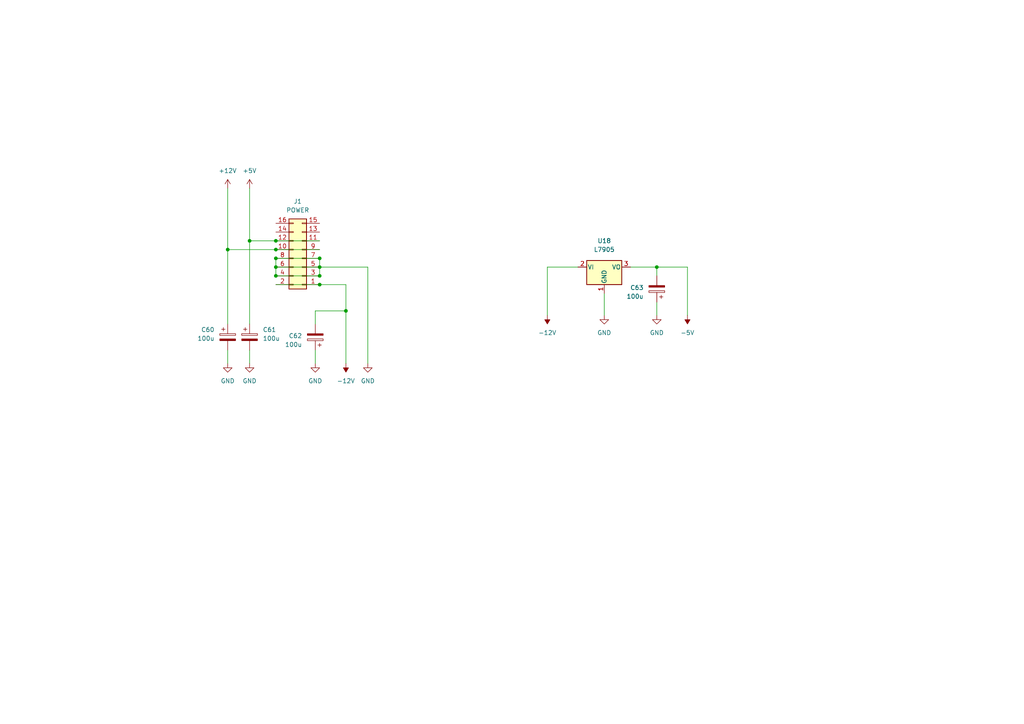
<source format=kicad_sch>
(kicad_sch (version 20230121) (generator eeschema)
  (paper "A4")
  (title_block (title "Polykit-X8 Mainboard") (date "2024-01-14") (rev "v0.0.2") (company "Jan Knipper") (comment 1 "github.com/polykit"))
  (lib_symbols
    (symbol "Connector_Generic:Conn_02x08_Odd_Even" (pin_names (offset 1.016) hide)
      (property "Reference" "J" (at 1.27 10.16 0))
      (property "Value" "Conn_02x08_Odd_Even" (at 1.27 -12.7 0))
      (symbol "Conn_02x08_Odd_Even_1_1"
        (rectangle (start -1.27 -10.033) (end 0 -10.287) (stroke (width 0.1524)))
        (rectangle (start -1.27 -7.493) (end 0 -7.747) (stroke (width 0.1524)))
        (rectangle (start -1.27 -4.953) (end 0 -5.207) (stroke (width 0.1524)))
        (rectangle (start -1.27 -2.413) (end 0 -2.667) (stroke (width 0.1524)))
        (rectangle (start -1.27 0.127) (end 0 -0.127) (stroke (width 0.1524)))
        (rectangle (start -1.27 2.667) (end 0 2.413) (stroke (width 0.1524)))
        (rectangle (start -1.27 5.207) (end 0 4.953) (stroke (width 0.1524)))
        (rectangle (start -1.27 7.747) (end 0 7.493) (stroke (width 0.1524)))
        (rectangle (start -1.27 8.89) (end 3.81 -11.43) (stroke (width 0.254)) (fill (type background)))
        (rectangle (start 3.81 -10.033) (end 2.54 -10.287) (stroke (width 0.1524)))
        (rectangle (start 3.81 -7.493) (end 2.54 -7.747) (stroke (width 0.1524)))
        (rectangle (start 3.81 -4.953) (end 2.54 -5.207) (stroke (width 0.1524)))
        (rectangle (start 3.81 -2.413) (end 2.54 -2.667) (stroke (width 0.1524)))
        (rectangle (start 3.81 0.127) (end 2.54 -0.127) (stroke (width 0.1524)))
        (rectangle (start 3.81 2.667) (end 2.54 2.413) (stroke (width 0.1524)))
        (rectangle (start 3.81 5.207) (end 2.54 4.953) (stroke (width 0.1524)))
        (rectangle (start 3.81 7.747) (end 2.54 7.493) (stroke (width 0.1524)))
        (pin passive line (at -5.08 7.62 0) (length 3.81) (name "Pin_1") (number "1"))
        (pin passive line (at 7.62 -2.54 180) (length 3.81) (name "Pin_10") (number "10"))
        (pin passive line (at -5.08 -5.08 0) (length 3.81) (name "Pin_11") (number "11"))
        (pin passive line (at 7.62 -5.08 180) (length 3.81) (name "Pin_12") (number "12"))
        (pin passive line (at -5.08 -7.62 0) (length 3.81) (name "Pin_13") (number "13"))
        (pin passive line (at 7.62 -7.62 180) (length 3.81) (name "Pin_14") (number "14"))
        (pin passive line (at -5.08 -10.16 0) (length 3.81) (name "Pin_15") (number "15"))
        (pin passive line (at 7.62 -10.16 180) (length 3.81) (name "Pin_16") (number "16"))
        (pin passive line (at 7.62 7.62 180) (length 3.81) (name "Pin_2") (number "2"))
        (pin passive line (at -5.08 5.08 0) (length 3.81) (name "Pin_3") (number "3"))
        (pin passive line (at 7.62 5.08 180) (length 3.81) (name "Pin_4") (number "4"))
        (pin passive line (at -5.08 2.54 0) (length 3.81) (name "Pin_5") (number "5"))
        (pin passive line (at 7.62 2.54 180) (length 3.81) (name "Pin_6") (number "6"))
        (pin passive line (at -5.08 0 0) (length 3.81) (name "Pin_7") (number "7"))
        (pin passive line (at 7.62 0 180) (length 3.81) (name "Pin_8") (number "8"))
        (pin passive line (at -5.08 -2.54 0) (length 3.81) (name "Pin_9") (number "9"))
      )
    )
    (symbol "Device:C_Polarized" (pin_numbers hide) (pin_names (offset 0.254))
      (property "Reference" "C" (at 0.635 2.54 0))
      (property "Value" "C_Polarized" (at 0.635 -2.54 0))
      (symbol "C_Polarized_0_1"
        (rectangle (start -2.286 0.508) (end 2.286 1.016))
        (polyline (pts (xy -1.778 2.286) (xy -0.762 2.286)))
        (polyline (pts (xy -1.27 2.794) (xy -1.27 1.778)))
        (rectangle (start 2.286 -0.508) (end -2.286 -1.016) (fill (type outline)))
      )
      (symbol "C_Polarized_1_1"
        (pin passive line (at 0 3.81 270) (length 2.794) (name "~") (number "1"))
        (pin passive line (at 0 -3.81 90) (length 2.794) (name "~") (number "2"))
      )
    )
    (symbol "Regulator_Linear:L7905" (pin_names (offset 0.254))
      (property "Reference" "U" (at -3.81 -3.175 0))
      (property "Value" "L7905" (at 0 -3.175 0))
      (symbol "L7905_0_1"
        (rectangle (start -5.08 5.08) (end 5.08 -1.905) (stroke (width 0.254)) (fill (type background)))
      )
      (symbol "L7905_1_1"
        (pin power_in line (at 0 7.62 270) (length 2.54) (name "GND") (number "1"))
        (pin power_in line (at -7.62 0 0) (length 2.54) (name "VI") (number "2"))
        (pin power_out line (at 7.62 0 180) (length 2.54) (name "VO") (number "3"))
      )
    )
    (symbol "power:+12V" (power) (pin_names (offset 0))
      (property "Value" "+12V" (at 0 3.556 0))
      (symbol "+12V_0_1"
        (polyline (pts (xy -0.762 1.27) (xy 0 2.54)))
        (polyline (pts (xy 0 0) (xy 0 2.54)))
        (polyline (pts (xy 0 2.54) (xy 0.762 1.27)))
      )
      (symbol "+12V_1_1"
        (pin power_in line (at 0 0 90) (length 0) hide (name "+12V") (number "1"))
      )
    )
    (symbol "power:+5V" (power) (pin_names (offset 0))
      (property "Value" "+5V" (at 0 3.556 0))
      (symbol "+5V_0_1"
        (polyline (pts (xy -0.762 1.27) (xy 0 2.54)))
        (polyline (pts (xy 0 0) (xy 0 2.54)))
        (polyline (pts (xy 0 2.54) (xy 0.762 1.27)))
      )
      (symbol "+5V_1_1"
        (pin power_in line (at 0 0 90) (length 0) hide (name "+5V") (number "1"))
      )
    )
    (symbol "power:-12V" (power) (pin_names (offset 0))
      (property "Value" "-12V" (at 0 3.81 0))
      (symbol "-12V_0_0"
        (pin power_in line (at 0 0 90) (length 0) hide (name "-12V") (number "1"))
      )
      (symbol "-12V_0_1"
        (polyline (pts (xy 0 0) (xy 0 1.27) (xy 0.762 1.27) (xy 0 2.54) (xy -0.762 1.27) (xy 0 1.27)) (fill (type outline)))
      )
    )
    (symbol "power:-5V" (power) (pin_names (offset 0))
      (property "Value" "-5V" (at 0 3.81 0))
      (symbol "-5V_0_0"
        (pin power_in line (at 0 0 90) (length 0) hide (name "-5V") (number "1"))
      )
      (symbol "-5V_0_1"
        (polyline (pts (xy 0 0) (xy 0 1.27) (xy 0.762 1.27) (xy 0 2.54) (xy -0.762 1.27) (xy 0 1.27)) (fill (type outline)))
      )
    )
    (symbol "power:GND" (power) (pin_names (offset 0))
      (property "Value" "GND" (at 0 -3.81 0))
      (symbol "GND_0_1"
        (polyline (pts (xy 0 0) (xy 0 -1.27) (xy 1.27 -1.27) (xy 0 -2.54) (xy -1.27 -1.27) (xy 0 -1.27)))
      )
      (symbol "GND_1_1"
        (pin power_in line (at 0 0 270) (length 0) hide (name "GND") (number "1"))
      )
    )
  )
  (junction (at 190.5 77.47))
  (junction (at 80.01 77.47))
  (junction (at 92.71 74.93))
  (junction (at 92.71 77.47))
  (junction (at 80.01 74.93))
  (junction (at 92.71 80.01))
  (junction (at 80.01 69.85))
  (junction (at 80.01 80.01))
  (junction (at 100.33 90.17))
  (junction (at 92.71 82.55))
  (junction (at 80.01 72.39))
  (junction (at 66.04 72.39))
  (junction (at 72.39 69.85))
  (wire (pts (xy 80.01 72.39) (xy 92.71 72.39)))
  (wire (pts (xy 190.5 87.63) (xy 190.5 91.44)))
  (wire (pts (xy 66.04 72.39) (xy 66.04 93.98)))
  (wire (pts (xy 190.5 77.47) (xy 199.39 77.47)))
  (wire (pts (xy 106.68 77.47) (xy 92.71 77.47)))
  (wire (pts (xy 100.33 90.17) (xy 91.44 90.17)))
  (wire (pts (xy 72.39 54.61) (xy 72.39 69.85)))
  (wire (pts (xy 72.39 69.85) (xy 72.39 93.98)))
  (wire (pts (xy 66.04 72.39) (xy 80.01 72.39)))
  (wire (pts (xy 80.01 74.93) (xy 92.71 74.93)))
  (wire (pts (xy 66.04 54.61) (xy 66.04 72.39)))
  (wire (pts (xy 80.01 74.93) (xy 80.01 77.47)))
  (wire (pts (xy 92.71 77.47) (xy 92.71 80.01)))
  (wire (pts (xy 190.5 77.47) (xy 190.5 80.01)))
  (wire (pts (xy 106.68 77.47) (xy 106.68 105.41)))
  (wire (pts (xy 91.44 90.17) (xy 91.44 93.98)))
  (wire (pts (xy 167.64 77.47) (xy 158.75 77.47)))
  (wire (pts (xy 182.88 77.47) (xy 190.5 77.47)))
  (wire (pts (xy 80.01 80.01) (xy 80.01 77.47)))
  (wire (pts (xy 175.26 85.09) (xy 175.26 91.44)))
  (wire (pts (xy 66.04 101.6) (xy 66.04 105.41)))
  (wire (pts (xy 199.39 77.47) (xy 199.39 91.44)))
  (wire (pts (xy 92.71 74.93) (xy 92.71 77.47)))
  (wire (pts (xy 158.75 77.47) (xy 158.75 91.44)))
  (wire (pts (xy 92.71 82.55) (xy 100.33 82.55)))
  (wire (pts (xy 100.33 82.55) (xy 100.33 90.17)))
  (wire (pts (xy 80.01 77.47) (xy 92.71 77.47)))
  (wire (pts (xy 80.01 69.85) (xy 92.71 69.85)))
  (wire (pts (xy 80.01 80.01) (xy 92.71 80.01)))
  (wire (pts (xy 72.39 69.85) (xy 80.01 69.85)))
  (wire (pts (xy 100.33 90.17) (xy 100.33 105.41)))
  (wire (pts (xy 80.01 82.55) (xy 92.71 82.55)))
  (wire (pts (xy 91.44 101.6) (xy 91.44 105.41)))
  (wire (pts (xy 72.39 101.6) (xy 72.39 105.41)))
  (symbol (lib_id "power:GND") (at 106.68 105.41 0) (unit 1)
    (property "Reference" "#PWR0150" (effects hide))
    (property "Value" "GND" (at 106.68 110.49 0))
  )
  (symbol (lib_id "power:+5V") (at 72.39 54.61 0) (unit 1)
    (property "Reference" "#PWR0146" (effects hide))
    (property "Value" "+5V" (at 72.39 49.53 0))
  )
  (symbol (lib_id "power:GND") (at 190.5 91.44 0) (unit 1)
    (property "Reference" "#PWR0153" (effects hide))
    (property "Value" "GND" (at 190.5 96.52 0))
  )
  (symbol (lib_id "Device:C_Polarized") (at 72.39 97.79 0) (unit 1)
    (property "Reference" "C61" (at 76.2 95.6309 0) (effects (justify left)))
    (property "Value" "100u" (at 76.2 98.1709 0) (effects (justify left)))
    (property "Footprint" "Capacitor_SMD:CP_Elec_6.3x7.7" (effects hide))
  )
  (symbol (lib_id "power:GND") (at 72.39 105.41 0) (unit 1)
    (property "Reference" "#PWR0147" (effects hide))
    (property "Value" "GND" (at 72.39 110.49 0))
  )
  (symbol (lib_id "power:GND") (at 66.04 105.41 0) (unit 1)
    (property "Reference" "#PWR0145" (effects hide))
    (property "Value" "GND" (at 66.04 110.49 0))
  )
  (symbol (lib_id "Device:C_Polarized") (at 91.44 97.79 180) (unit 1)
    (property "Reference" "C62" (at 87.63 97.4089 0) (effects (justify left)))
    (property "Value" "100u" (at 87.63 99.9489 0) (effects (justify left)))
    (property "Footprint" "Capacitor_SMD:CP_Elec_6.3x7.7" (effects hide))
  )
  (symbol (lib_id "Device:C_Polarized") (at 190.5 83.82 180) (unit 1)
    (property "Reference" "C63" (at 186.69 83.4389 0) (effects (justify left)))
    (property "Value" "100u" (at 186.69 85.9789 0) (effects (justify left)))
    (property "Footprint" "Capacitor_SMD:CP_Elec_6.3x7.7" (effects hide))
  )
  (symbol (lib_id "Regulator_Linear:L7905") (at 175.26 77.47 0) (mirror x) (unit 1)
    (property "Reference" "U18" (at 175.26 69.85 0))
    (property "Value" "L7905" (at 175.26 72.39 0))
    (property "Footprint" "Package_TO_SOT_SMD:TO-263-2" (effects hide))
    (property "Datasheet" "http://www.st.com/content/ccc/resource/technical/document/datasheet/c9/16/86/41/c7/2b/45/f2/CD00000450.pdf/files/CD00000450.pdf/jcr:content/translations/en.CD00000450.pdf" (effects hide))
  )
  (symbol (lib_id "power:-12V") (at 100.33 105.41 180) (unit 1)
    (property "Reference" "#PWR0149" (effects hide))
    (property "Value" "-12V" (at 100.33 110.49 0))
  )
  (symbol (lib_id "power:-5V") (at 199.39 91.44 180) (unit 1)
    (property "Reference" "#PWR0154" (effects hide))
    (property "Value" "-5V" (at 199.39 96.52 0))
  )
  (symbol (lib_id "power:GND") (at 91.44 105.41 0) (unit 1)
    (property "Reference" "#PWR0148" (effects hide))
    (property "Value" "GND" (at 91.44 110.49 0))
  )
  (symbol (lib_id "power:GND") (at 175.26 91.44 0) (unit 1)
    (property "Reference" "#PWR0152" (effects hide))
    (property "Value" "GND" (at 175.26 96.52 0))
  )
  (symbol (lib_id "Device:C_Polarized") (at 66.04 97.79 0) (unit 1)
    (property "Reference" "C60" (at 62.23 95.6309 0) (effects (justify right)))
    (property "Value" "100u" (at 62.23 98.1709 0) (effects (justify right)))
    (property "Footprint" "Capacitor_SMD:CP_Elec_6.3x7.7" (effects hide))
  )
  (symbol (lib_id "power:-12V") (at 158.75 91.44 180) (unit 1)
    (property "Reference" "#PWR0151" (effects hide))
    (property "Value" "-12V" (at 158.75 96.52 0))
  )
  (symbol (lib_id "power:+12V") (at 66.04 54.61 0) (unit 1)
    (property "Reference" "#PWR0144" (effects hide))
    (property "Value" "+12V" (at 66.04 49.53 0))
  )
  (symbol (lib_id "Connector_Generic:Conn_02x08_Odd_Even") (at 87.63 74.93 180) (unit 1)
    (property "Reference" "J1" (at 86.36 58.42 0))
    (property "Value" "POWER" (at 86.36 60.96 0))
    (property "Footprint" "Connector_IDC:IDC-Header_2x08_P2.54mm_Vertical" (effects hide))
  )
)
</source>
